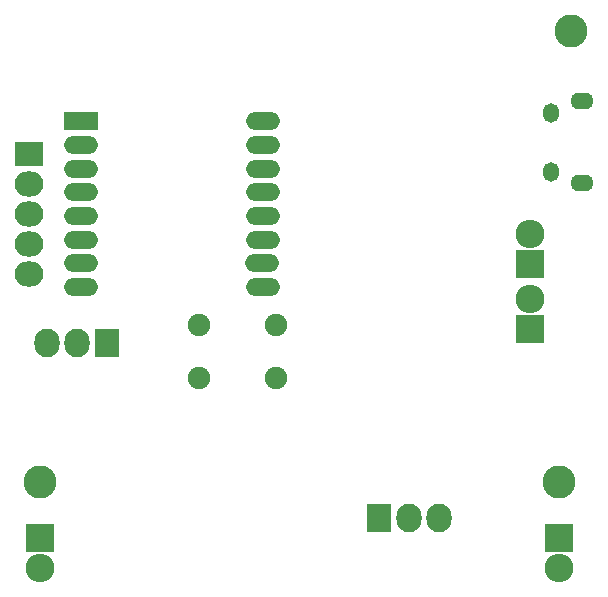
<source format=gbr>
G04 #@! TF.FileFunction,Soldermask,Bot*
%FSLAX46Y46*%
G04 Gerber Fmt 4.6, Leading zero omitted, Abs format (unit mm)*
G04 Created by KiCad (PCBNEW 4.0.2-1.fc23-product) date Tue 29 Mar 2016 21:37:23 CEST*
%MOMM*%
G01*
G04 APERTURE LIST*
%ADD10C,0.100000*%
%ADD11C,2.800000*%
%ADD12R,2.432000X2.432000*%
%ADD13O,2.432000X2.432000*%
%ADD14R,2.127200X2.432000*%
%ADD15O,2.127200X2.432000*%
%ADD16O,1.350000X1.650000*%
%ADD17O,1.950000X1.400000*%
%ADD18C,1.900000*%
%ADD19R,2.900000X1.500000*%
%ADD20O,2.900000X1.500000*%
%ADD21R,2.432000X2.127200*%
%ADD22O,2.432000X2.127200*%
G04 APERTURE END LIST*
D10*
D11*
X153000000Y-90250000D03*
X197000000Y-90250000D03*
D12*
X153000000Y-95000000D03*
D13*
X153000000Y-97540000D03*
D12*
X197000000Y-95000000D03*
D13*
X197000000Y-97540000D03*
D14*
X181710000Y-93250000D03*
D15*
X184250000Y-93250000D03*
X186790000Y-93250000D03*
D14*
X158680000Y-78450000D03*
D15*
X156140000Y-78450000D03*
X153600000Y-78450000D03*
D16*
X196247460Y-63940900D03*
X196247460Y-58940900D03*
D17*
X198947460Y-64940900D03*
X198947460Y-57940900D03*
D18*
X172970000Y-81460000D03*
X166470000Y-81460000D03*
X166470000Y-76960000D03*
X172970000Y-76960000D03*
D12*
X194500000Y-77290000D03*
D13*
X194500000Y-74750000D03*
D12*
X194500000Y-71750000D03*
D13*
X194500000Y-69210000D03*
D19*
X156490000Y-59700000D03*
D20*
X156490000Y-61700000D03*
X156490000Y-63700000D03*
X156490000Y-65700000D03*
X156490000Y-67700000D03*
X156490000Y-69700000D03*
X156490000Y-71700000D03*
X156490000Y-73700000D03*
X171890000Y-73700000D03*
X171790000Y-71700000D03*
X171890000Y-69700000D03*
X171890000Y-67700000D03*
X171890000Y-65700000D03*
X171890000Y-63700000D03*
X171890000Y-61700000D03*
X171890000Y-59700000D03*
D21*
X152075000Y-62425000D03*
D22*
X152075000Y-64965000D03*
X152075000Y-67505000D03*
X152075000Y-70045000D03*
X152075000Y-72585000D03*
D11*
X198000000Y-52000000D03*
M02*

</source>
